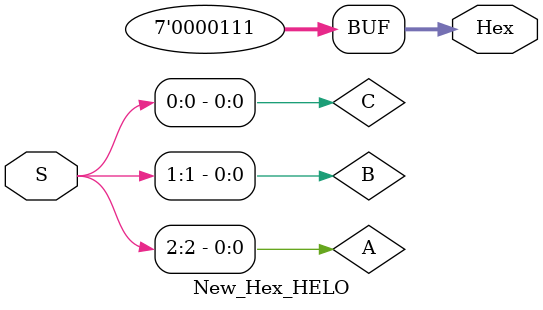
<source format=sv>

module New_Hex_HELO(Hex, S);

	input [2:0] S;
	output logic [0:6] Hex = 3'b111;
	
	logic A, B, C;
	
	
	assign A = S[2];
	assign B = S[1];
	assign C = S[0];
	
	assign Hex[0] = C | (~A & ~B) | (A & B);
	assign Hex[1] = B | (~A & ~C) | (A & C);
	assign Hex[2] = B | (~A & ~C) | (A & C);
	assign Hex[3] = (~A & ~B) | (~B & C) | (A & B);
	assign Hex[4] = (A & C) | (A & B) | (~A & ~B & ~C);
	assign Hex[5] = (A & C) | (A & B) | (~A & ~B & ~C);
	assign Hex[6] = A | (~B & ~C) | (B & C);

endmodule


//y = C + A'B' + AB
//y = B + A'C' + AC
//y = B + A'C' + AC
//y = A'B' + B'C + AB
//y = AC + AB + A'B'C'
//y = AC + AB + A'B'C'
//y = A + B'C' + BC
</source>
